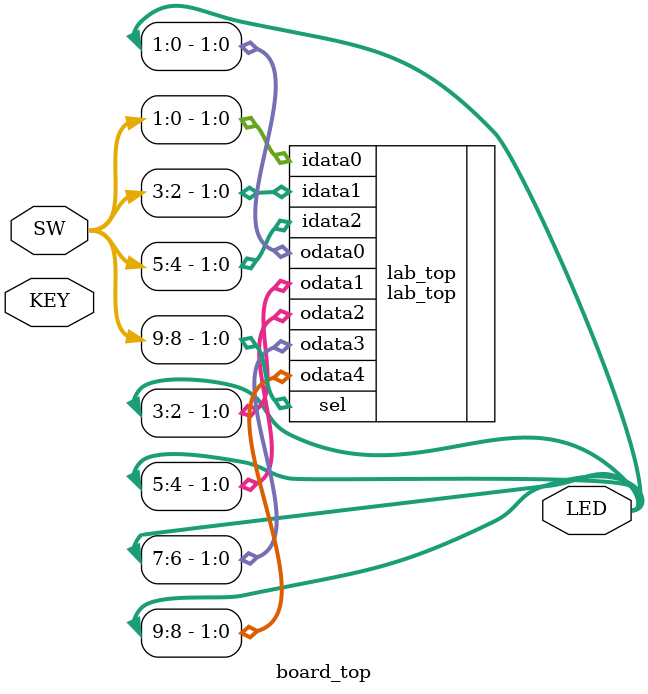
<source format=v>

module board_top
(
    input   [ 1:0]  KEY,
    input   [ 9:0]  SW,
    output  [ 9:0]  LED
);

    lab_top lab_top
    (
        .idata0 ( SW  [1:0] ),
        .idata1 ( SW  [3:2] ),
        .idata2 ( SW  [5:4] ),
        .sel    ( SW  [9:8] ),
        .odata0 ( LED [1:0] ),
        .odata1 ( LED [3:2] ),
        .odata2 ( LED [5:4] ),
        .odata3 ( LED [7:6] ),
        .odata4 ( LED [9:8] ) 
    );

endmodule

</source>
